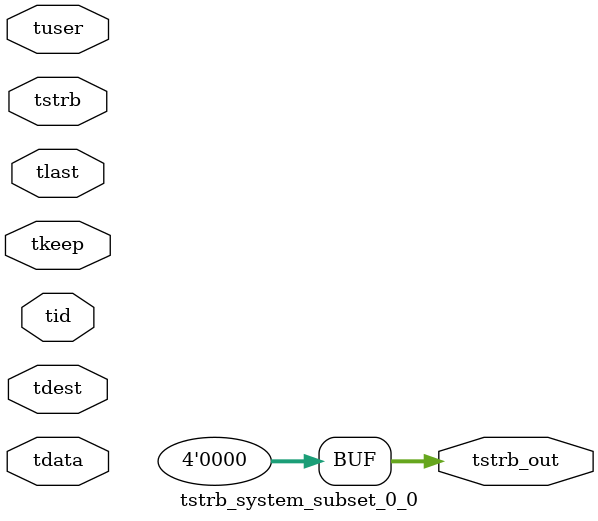
<source format=v>


`timescale 1ps/1ps

module tstrb_system_subset_0_0 #
(
parameter C_S_AXIS_TDATA_WIDTH = 32,
parameter C_S_AXIS_TUSER_WIDTH = 0,
parameter C_S_AXIS_TID_WIDTH   = 0,
parameter C_S_AXIS_TDEST_WIDTH = 0,
parameter C_M_AXIS_TDATA_WIDTH = 32
)
(
input  [(C_S_AXIS_TDATA_WIDTH == 0 ? 1 : C_S_AXIS_TDATA_WIDTH)-1:0     ] tdata,
input  [(C_S_AXIS_TUSER_WIDTH == 0 ? 1 : C_S_AXIS_TUSER_WIDTH)-1:0     ] tuser,
input  [(C_S_AXIS_TID_WIDTH   == 0 ? 1 : C_S_AXIS_TID_WIDTH)-1:0       ] tid,
input  [(C_S_AXIS_TDEST_WIDTH == 0 ? 1 : C_S_AXIS_TDEST_WIDTH)-1:0     ] tdest,
input  [(C_S_AXIS_TDATA_WIDTH/8)-1:0 ] tkeep,
input  [(C_S_AXIS_TDATA_WIDTH/8)-1:0 ] tstrb,
input                                                                    tlast,
output [(C_M_AXIS_TDATA_WIDTH/8)-1:0 ] tstrb_out
);

assign tstrb_out = {1'b0};

endmodule


</source>
